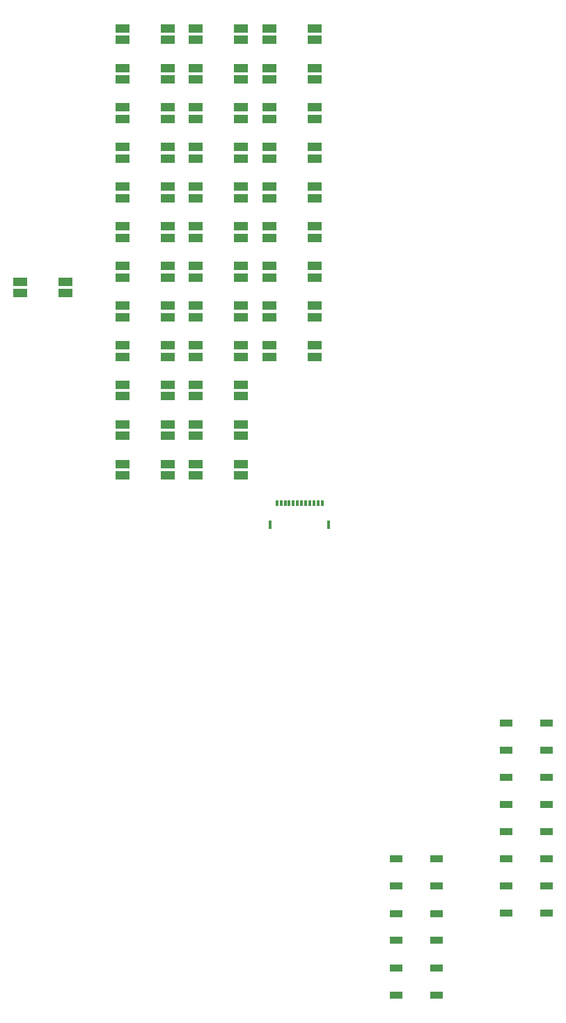
<source format=gbr>
%TF.GenerationSoftware,KiCad,Pcbnew,7.0.8*%
%TF.CreationDate,2024-02-13T23:06:56-05:00*%
%TF.ProjectId,ergothwack,6572676f-7468-4776-9163-6b2e6b696361,rev?*%
%TF.SameCoordinates,Original*%
%TF.FileFunction,Paste,Top*%
%TF.FilePolarity,Positive*%
%FSLAX46Y46*%
G04 Gerber Fmt 4.6, Leading zero omitted, Abs format (unit mm)*
G04 Created by KiCad (PCBNEW 7.0.8) date 2024-02-13 23:06:56*
%MOMM*%
%LPD*%
G01*
G04 APERTURE LIST*
%ADD10R,1.700000X1.000000*%
%ADD11R,1.500000X0.900000*%
%ADD12R,0.300000X1.000000*%
%ADD13R,0.300000X0.700000*%
G04 APERTURE END LIST*
D10*
%TO.C,R-K-LED36*%
X299500000Y-256830000D03*
X299500000Y-258230000D03*
X294000000Y-258230000D03*
X294000000Y-256830000D03*
%TD*%
%TO.C,R-K-LED35*%
X299500000Y-252010000D03*
X299500000Y-253410000D03*
X294000000Y-253410000D03*
X294000000Y-252010000D03*
%TD*%
%TO.C,R-K-LED34*%
X299500000Y-247190000D03*
X299500000Y-248590000D03*
X294000000Y-248590000D03*
X294000000Y-247190000D03*
%TD*%
%TO.C,R-K-LED33*%
X299500000Y-242370000D03*
X299500000Y-243770000D03*
X294000000Y-243770000D03*
X294000000Y-242370000D03*
%TD*%
%TO.C,R-K-LED32*%
X299500000Y-237550000D03*
X299500000Y-238950000D03*
X294000000Y-238950000D03*
X294000000Y-237550000D03*
%TD*%
%TO.C,R-K-LED31*%
X299500000Y-232730000D03*
X299500000Y-234130000D03*
X294000000Y-234130000D03*
X294000000Y-232730000D03*
%TD*%
%TO.C,R-K-LED30*%
X299500000Y-227910000D03*
X299500000Y-229310000D03*
X294000000Y-229310000D03*
X294000000Y-227910000D03*
%TD*%
%TO.C,R-K-LED29*%
X299500000Y-223090000D03*
X299500000Y-224490000D03*
X294000000Y-224490000D03*
X294000000Y-223090000D03*
%TD*%
%TO.C,R-K-LED28*%
X299500000Y-218270000D03*
X299500000Y-219670000D03*
X294000000Y-219670000D03*
X294000000Y-218270000D03*
%TD*%
%TO.C,R-K-LED27*%
X290580000Y-271290000D03*
X290580000Y-272690000D03*
X285080000Y-272690000D03*
X285080000Y-271290000D03*
%TD*%
%TO.C,R-K-LED26*%
X290580000Y-266470000D03*
X290580000Y-267870000D03*
X285080000Y-267870000D03*
X285080000Y-266470000D03*
%TD*%
%TO.C,R-K-LED25*%
X290580000Y-261650000D03*
X290580000Y-263050000D03*
X285080000Y-263050000D03*
X285080000Y-261650000D03*
%TD*%
%TO.C,R-K-LED24*%
X290580000Y-256830000D03*
X290580000Y-258230000D03*
X285080000Y-258230000D03*
X285080000Y-256830000D03*
%TD*%
%TO.C,R-K-LED23*%
X290580000Y-252010000D03*
X290580000Y-253410000D03*
X285080000Y-253410000D03*
X285080000Y-252010000D03*
%TD*%
%TO.C,R-K-LED22*%
X290580000Y-247190000D03*
X290580000Y-248590000D03*
X285080000Y-248590000D03*
X285080000Y-247190000D03*
%TD*%
%TO.C,R-K-LED21*%
X290580000Y-242370000D03*
X290580000Y-243770000D03*
X285080000Y-243770000D03*
X285080000Y-242370000D03*
%TD*%
%TO.C,R-K-LED20*%
X290580000Y-237550000D03*
X290580000Y-238950000D03*
X285080000Y-238950000D03*
X285080000Y-237550000D03*
%TD*%
%TO.C,R-K-LED19*%
X290580000Y-232730000D03*
X290580000Y-234130000D03*
X285080000Y-234130000D03*
X285080000Y-232730000D03*
%TD*%
%TO.C,R-K-LED18*%
X290580000Y-227910000D03*
X290580000Y-229310000D03*
X285080000Y-229310000D03*
X285080000Y-227910000D03*
%TD*%
%TO.C,R-K-LED17*%
X290580000Y-223090000D03*
X290580000Y-224490000D03*
X285080000Y-224490000D03*
X285080000Y-223090000D03*
%TD*%
%TO.C,R-K-LED16*%
X290580000Y-218270000D03*
X290580000Y-219670000D03*
X285080000Y-219670000D03*
X285080000Y-218270000D03*
%TD*%
%TO.C,R-K-LED14*%
X281660000Y-271290000D03*
X281660000Y-272690000D03*
X276160000Y-272690000D03*
X276160000Y-271290000D03*
%TD*%
%TO.C,R-K-LED13*%
X281660000Y-266470000D03*
X281660000Y-267870000D03*
X276160000Y-267870000D03*
X276160000Y-266470000D03*
%TD*%
%TO.C,R-K-LED12*%
X281660000Y-261650000D03*
X281660000Y-263050000D03*
X276160000Y-263050000D03*
X276160000Y-261650000D03*
%TD*%
%TO.C,R-K-LED11*%
X281660000Y-256830000D03*
X281660000Y-258230000D03*
X276160000Y-258230000D03*
X276160000Y-256830000D03*
%TD*%
%TO.C,R-K-LED10*%
X281660000Y-252010000D03*
X281660000Y-253410000D03*
X276160000Y-253410000D03*
X276160000Y-252010000D03*
%TD*%
%TO.C,R-K-LED9*%
X281660000Y-247190000D03*
X281660000Y-248590000D03*
X276160000Y-248590000D03*
X276160000Y-247190000D03*
%TD*%
%TO.C,R-K-LED7*%
X281660000Y-242370000D03*
X281660000Y-243770000D03*
X276160000Y-243770000D03*
X276160000Y-242370000D03*
%TD*%
%TO.C,R-K-LED6*%
X281660000Y-237550000D03*
X281660000Y-238950000D03*
X276160000Y-238950000D03*
X276160000Y-237550000D03*
%TD*%
%TO.C,R-K-LED5*%
X281660000Y-232730000D03*
X281660000Y-234130000D03*
X276160000Y-234130000D03*
X276160000Y-232730000D03*
%TD*%
%TO.C,R-K-LED4*%
X281660000Y-227910000D03*
X281660000Y-229310000D03*
X276160000Y-229310000D03*
X276160000Y-227910000D03*
%TD*%
%TO.C,R-K-LED3*%
X281660000Y-223090000D03*
X281660000Y-224490000D03*
X276160000Y-224490000D03*
X276160000Y-223090000D03*
%TD*%
%TO.C,R-K-LED2*%
X281660000Y-218270000D03*
X281660000Y-219670000D03*
X276160000Y-219670000D03*
X276160000Y-218270000D03*
%TD*%
%TO.C,R-K-LED1*%
X269250000Y-249110000D03*
X269250000Y-250510000D03*
X263750000Y-250510000D03*
X263750000Y-249110000D03*
%TD*%
D11*
%TO.C,R-UG-LED6*%
X327700000Y-322630000D03*
X327700000Y-325930000D03*
X322800000Y-325930000D03*
X322800000Y-322630000D03*
%TD*%
%TO.C,R-UG-LED5*%
X327700000Y-316010000D03*
X327700000Y-319310000D03*
X322800000Y-319310000D03*
X322800000Y-316010000D03*
%TD*%
%TO.C,R-UG-LED4*%
X327700000Y-309390000D03*
X327700000Y-312690000D03*
X322800000Y-312690000D03*
X322800000Y-309390000D03*
%TD*%
%TO.C,R-UG-LED3*%
X327700000Y-302770000D03*
X327700000Y-306070000D03*
X322800000Y-306070000D03*
X322800000Y-302770000D03*
%TD*%
%TO.C,R-UG-LED2*%
X314310000Y-332580000D03*
X314310000Y-335880000D03*
X309410000Y-335880000D03*
X309410000Y-332580000D03*
%TD*%
%TO.C,R-UG-LED1*%
X314310000Y-325960000D03*
X314310000Y-329260000D03*
X309410000Y-329260000D03*
X309410000Y-325960000D03*
%TD*%
%TO.C,R-UG-LED0*%
X314310000Y-319340000D03*
X314310000Y-322640000D03*
X309410000Y-322640000D03*
X309410000Y-319340000D03*
%TD*%
D12*
%TO.C,R-CRQ-CONN1*%
X294148000Y-278674000D03*
X301228000Y-278674000D03*
D13*
X294938000Y-276024000D03*
X295438000Y-276024000D03*
X295938000Y-276024000D03*
X296438000Y-276024000D03*
X296938000Y-276024000D03*
X297438000Y-276024000D03*
X297938000Y-276024000D03*
X298438000Y-276024000D03*
X298938000Y-276024000D03*
X299438000Y-276024000D03*
X299938000Y-276024000D03*
X300438000Y-276024000D03*
%TD*%
M02*

</source>
